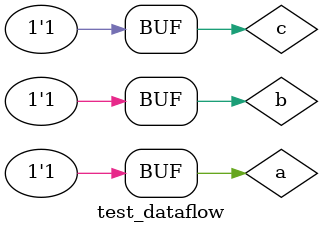
<source format=v>
`timescale 1ns / 1ps


module test_dataflow;

	// Inputs
	reg a;
	reg b;
	reg c;

	// Outputs
	wire [1:0] outp;

	// Instantiate the Unit Under Test (UUT)
	encoder_dataflow uut (
		.a(a), 
		.b(b), 
		.c(c), 
		.outp(outp)
	);

	initial begin
		// Initialize Inputs

		a = 0;
		b = 0;
		c = 0;
		#100;


		a = 0;
		b = 0;
		c = 1;
		#100;


		a = 0;
		b = 1;
		c = 0;
		#100;


		a = 0;
		b = 1;
		c = 1;
		#100;


		a = 1;
		b = 0;
		c = 0;
		#100;


		a = 1;
		b = 0;
		c = 1;
		#100;


		a = 1;
		b = 1;
		c = 0;
		#100;


		a = 1;
		b = 1;
		c = 1;

        
		// Add stimulus here

	end
      
endmodule


</source>
